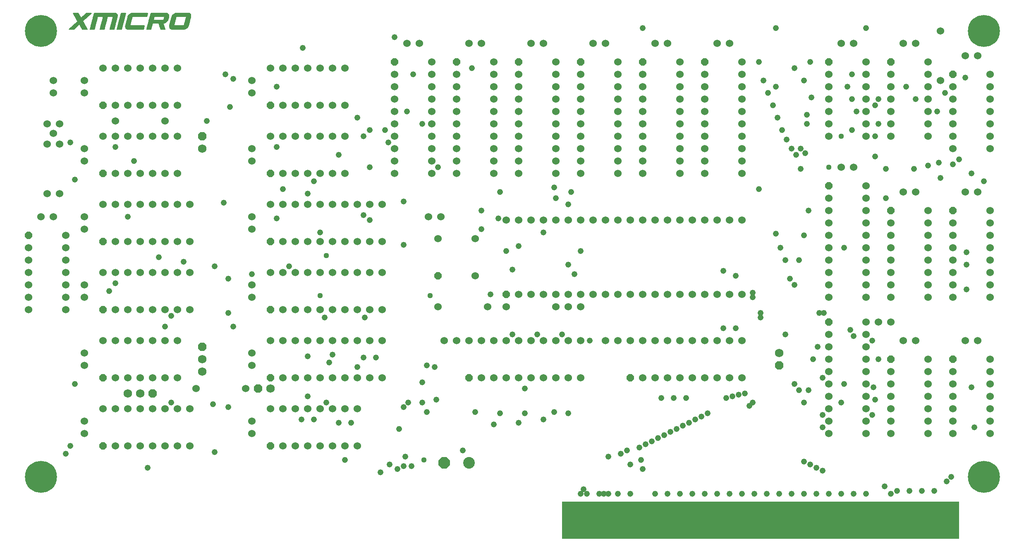
<source format=gts>
G75*
G70*
%OFA0B0*%
%FSLAX24Y24*%
%IPPOS*%
%LPD*%
%AMOC8*
5,1,8,0,0,1.08239X$1,22.5*
%
%ADD10C,0.0060*%
%ADD11OC8,0.0600*%
%ADD12C,0.0600*%
%ADD13R,3.2000X0.3000*%
%ADD14OC8,0.0680*%
%ADD15C,0.0680*%
%ADD16OC8,0.0940*%
%ADD17C,0.0940*%
%ADD18C,0.2580*%
%ADD19C,0.0476*%
%ADD20C,0.0437*%
D10*
X004461Y041254D02*
X005156Y041884D01*
X004788Y042535D01*
X005196Y042535D01*
X005418Y042129D01*
X005859Y042535D01*
X006247Y042535D01*
X005548Y041894D01*
X005920Y041254D01*
X005508Y041254D01*
X005286Y041660D01*
X004849Y041254D01*
X004461Y041254D01*
X004513Y041301D02*
X004899Y041301D01*
X004962Y041359D02*
X004577Y041359D01*
X004642Y041418D02*
X005025Y041418D01*
X005088Y041476D02*
X004706Y041476D01*
X004771Y041535D02*
X005151Y041535D01*
X005214Y041593D02*
X004835Y041593D01*
X004900Y041652D02*
X005277Y041652D01*
X005290Y041652D02*
X005689Y041652D01*
X005655Y041710D02*
X004964Y041710D01*
X005029Y041769D02*
X005621Y041769D01*
X005587Y041827D02*
X005093Y041827D01*
X005155Y041886D02*
X005553Y041886D01*
X005602Y041944D02*
X005122Y041944D01*
X005089Y042003D02*
X005666Y042003D01*
X005730Y042061D02*
X005056Y042061D01*
X005023Y042120D02*
X005794Y042120D01*
X005858Y042178D02*
X005472Y042178D01*
X005391Y042178D02*
X004990Y042178D01*
X004957Y042237D02*
X005359Y042237D01*
X005327Y042295D02*
X004924Y042295D01*
X004890Y042354D02*
X005295Y042354D01*
X005263Y042412D02*
X004857Y042412D01*
X004824Y042471D02*
X005231Y042471D01*
X005199Y042529D02*
X004791Y042529D01*
X005535Y042237D02*
X005922Y042237D01*
X005985Y042295D02*
X005599Y042295D01*
X005662Y042354D02*
X006049Y042354D01*
X006113Y042412D02*
X005726Y042412D01*
X005789Y042471D02*
X006177Y042471D01*
X006241Y042529D02*
X005853Y042529D01*
X006435Y042354D02*
X008350Y042354D01*
X008350Y042370D02*
X008350Y042296D01*
X008339Y042222D01*
X008087Y041254D01*
X007742Y041254D01*
X008007Y042264D01*
X007557Y042264D01*
X007296Y041254D01*
X006946Y041254D01*
X007211Y042264D01*
X006761Y042264D01*
X006500Y041254D01*
X006151Y041254D01*
X006482Y042535D01*
X008168Y042535D01*
X008204Y042534D01*
X008239Y042525D01*
X008272Y042508D01*
X008300Y042485D01*
X008325Y042451D01*
X008342Y042412D01*
X008350Y042370D01*
X008342Y042412D02*
X006450Y042412D01*
X006465Y042471D02*
X008310Y042471D01*
X008221Y042529D02*
X006480Y042529D01*
X006420Y042295D02*
X008350Y042295D01*
X008341Y042237D02*
X008000Y042237D01*
X007985Y042178D02*
X008327Y042178D01*
X008312Y042120D02*
X007969Y042120D01*
X007954Y042061D02*
X008297Y042061D01*
X008282Y042003D02*
X007938Y042003D01*
X007923Y041944D02*
X008267Y041944D01*
X008251Y041886D02*
X007908Y041886D01*
X007892Y041827D02*
X008236Y041827D01*
X008221Y041769D02*
X007877Y041769D01*
X007862Y041710D02*
X008206Y041710D01*
X008191Y041652D02*
X007846Y041652D01*
X007831Y041593D02*
X008176Y041593D01*
X008160Y041535D02*
X007816Y041535D01*
X007800Y041476D02*
X008145Y041476D01*
X008130Y041418D02*
X007785Y041418D01*
X007770Y041359D02*
X008115Y041359D01*
X008100Y041301D02*
X007754Y041301D01*
X007338Y041418D02*
X006989Y041418D01*
X007005Y041476D02*
X007353Y041476D01*
X007368Y041535D02*
X007020Y041535D01*
X007035Y041593D02*
X007384Y041593D01*
X007399Y041652D02*
X007051Y041652D01*
X007066Y041710D02*
X007414Y041710D01*
X007429Y041769D02*
X007081Y041769D01*
X007097Y041827D02*
X007444Y041827D01*
X007459Y041886D02*
X007112Y041886D01*
X007128Y041944D02*
X007474Y041944D01*
X007490Y042003D02*
X007143Y042003D01*
X007158Y042061D02*
X007505Y042061D01*
X007520Y042120D02*
X007174Y042120D01*
X007189Y042178D02*
X007535Y042178D01*
X007550Y042237D02*
X007204Y042237D01*
X006754Y042237D02*
X006405Y042237D01*
X006389Y042178D02*
X006739Y042178D01*
X006724Y042120D02*
X006374Y042120D01*
X006359Y042061D02*
X006709Y042061D01*
X006694Y042003D02*
X006344Y042003D01*
X006329Y041944D02*
X006679Y041944D01*
X006664Y041886D02*
X006314Y041886D01*
X006299Y041827D02*
X006649Y041827D01*
X006633Y041769D02*
X006284Y041769D01*
X006269Y041710D02*
X006618Y041710D01*
X006603Y041652D02*
X006253Y041652D01*
X006238Y041593D02*
X006588Y041593D01*
X006573Y041535D02*
X006223Y041535D01*
X006208Y041476D02*
X006558Y041476D01*
X006543Y041418D02*
X006193Y041418D01*
X006178Y041359D02*
X006527Y041359D01*
X006512Y041301D02*
X006163Y041301D01*
X005893Y041301D02*
X005482Y041301D01*
X005450Y041359D02*
X005859Y041359D01*
X005825Y041418D02*
X005418Y041418D01*
X005386Y041476D02*
X005791Y041476D01*
X005757Y041535D02*
X005354Y041535D01*
X005322Y041593D02*
X005723Y041593D01*
X006959Y041301D02*
X007308Y041301D01*
X007323Y041359D02*
X006974Y041359D01*
X008339Y041254D02*
X008670Y042535D01*
X009015Y042535D01*
X008684Y041254D01*
X008339Y041254D01*
X008351Y041301D02*
X008696Y041301D01*
X008711Y041359D02*
X008366Y041359D01*
X008381Y041418D02*
X008726Y041418D01*
X008742Y041476D02*
X008396Y041476D01*
X008411Y041535D02*
X008757Y041535D01*
X008772Y041593D02*
X008426Y041593D01*
X008441Y041652D02*
X008787Y041652D01*
X008802Y041710D02*
X008456Y041710D01*
X008472Y041769D02*
X008817Y041769D01*
X008832Y041827D02*
X008487Y041827D01*
X008502Y041886D02*
X008847Y041886D01*
X008862Y041944D02*
X008517Y041944D01*
X008532Y042003D02*
X008878Y042003D01*
X008893Y042061D02*
X008547Y042061D01*
X008562Y042120D02*
X008908Y042120D01*
X008923Y042178D02*
X008577Y042178D01*
X008592Y042237D02*
X008938Y042237D01*
X008953Y042295D02*
X008608Y042295D01*
X008623Y042354D02*
X008968Y042354D01*
X008983Y042412D02*
X008638Y042412D01*
X008653Y042471D02*
X008998Y042471D01*
X009014Y042529D02*
X008668Y042529D01*
X009203Y042273D02*
X009235Y042335D01*
X009276Y042393D01*
X009325Y042444D01*
X009369Y042482D01*
X009419Y042511D01*
X009474Y042531D01*
X009502Y042535D01*
X009529Y042535D01*
X010790Y042535D01*
X010724Y042264D01*
X009546Y042264D01*
X009357Y041525D01*
X010528Y041525D01*
X010463Y041254D01*
X009168Y041254D01*
X009139Y041256D01*
X009111Y041265D01*
X009086Y041279D01*
X009063Y041298D01*
X009036Y041335D01*
X009017Y041377D01*
X009007Y041422D01*
X009005Y041474D01*
X009011Y041525D01*
X009023Y041586D01*
X009180Y042206D01*
X009203Y042273D01*
X009215Y042295D02*
X010731Y042295D01*
X010746Y042354D02*
X009248Y042354D01*
X009295Y042412D02*
X010760Y042412D01*
X010774Y042471D02*
X009356Y042471D01*
X009468Y042529D02*
X010788Y042529D01*
X011028Y042471D02*
X011110Y042471D01*
X012438Y042471D01*
X012428Y042482D02*
X012453Y042454D01*
X012474Y042423D01*
X012488Y042389D01*
X012496Y042353D01*
X012495Y042288D01*
X012484Y042224D01*
X012441Y042063D01*
X012429Y042024D01*
X012410Y041988D01*
X012354Y041905D01*
X012286Y041831D01*
X012228Y041786D01*
X012163Y041753D01*
X012095Y041737D01*
X012026Y041729D01*
X012198Y041254D01*
X011852Y041254D01*
X011680Y041733D01*
X011180Y041733D01*
X011055Y041254D01*
X010710Y041254D01*
X011045Y042535D01*
X012288Y042535D01*
X012326Y042532D01*
X012363Y042522D01*
X012397Y042505D01*
X012428Y042482D01*
X012478Y042412D02*
X011170Y042412D01*
X011012Y042412D01*
X010997Y042354D02*
X011229Y042354D01*
X012496Y042354D01*
X012496Y042295D02*
X011288Y042295D01*
X010982Y042295D01*
X010967Y042237D02*
X011314Y042237D01*
X011320Y042264D02*
X011045Y042535D01*
X011320Y042264D01*
X012150Y042264D01*
X012082Y041985D01*
X011252Y041985D01*
X011320Y042264D01*
X011299Y042178D02*
X010951Y042178D01*
X010936Y042120D02*
X011285Y042120D01*
X011271Y042061D02*
X010921Y042061D01*
X010905Y042003D02*
X011256Y042003D01*
X011174Y041710D02*
X010829Y041710D01*
X010814Y041652D02*
X011159Y041652D01*
X011144Y041593D02*
X010798Y041593D01*
X010783Y041535D02*
X011128Y041535D01*
X011113Y041476D02*
X010768Y041476D01*
X010753Y041418D02*
X011098Y041418D01*
X011083Y041359D02*
X010737Y041359D01*
X010722Y041301D02*
X011068Y041301D01*
X010844Y041769D02*
X012194Y041769D01*
X012281Y041827D02*
X010860Y041827D01*
X010875Y041886D02*
X012337Y041886D01*
X012381Y041944D02*
X010890Y041944D01*
X010516Y041476D02*
X009005Y041476D01*
X009008Y041418D02*
X010502Y041418D01*
X010488Y041359D02*
X009025Y041359D01*
X009062Y041301D02*
X010474Y041301D01*
X011689Y041710D02*
X012033Y041710D01*
X012054Y041652D02*
X011709Y041652D01*
X011730Y041593D02*
X012075Y041593D01*
X012096Y041535D02*
X011751Y041535D01*
X011772Y041476D02*
X012117Y041476D01*
X012138Y041418D02*
X011793Y041418D01*
X011814Y041359D02*
X012159Y041359D01*
X012180Y041301D02*
X011835Y041301D01*
X012562Y041400D02*
X012576Y041358D01*
X012586Y041332D01*
X012603Y041309D01*
X012623Y041289D01*
X012647Y041273D01*
X012673Y041261D01*
X012701Y041256D01*
X012729Y041254D01*
X013743Y041254D01*
X013784Y041255D01*
X013824Y041263D01*
X013863Y041280D01*
X013898Y041302D01*
X013947Y041341D01*
X013990Y041386D01*
X014033Y041442D01*
X014067Y041504D01*
X014091Y041571D01*
X014263Y042230D01*
X014271Y042284D01*
X014271Y042339D01*
X014266Y042384D01*
X014253Y042428D01*
X014235Y042462D01*
X014210Y042492D01*
X014178Y042514D01*
X014142Y042529D01*
X014104Y042535D01*
X013115Y042535D01*
X013095Y042264D01*
X013115Y042535D01*
X013072Y042535D01*
X013018Y042527D01*
X012966Y042509D01*
X012919Y042481D01*
X012857Y042423D01*
X012806Y042356D01*
X012765Y042284D01*
X012735Y042206D01*
X012568Y041577D01*
X012560Y041538D01*
X012556Y041444D01*
X012562Y041400D01*
X012560Y041418D02*
X014014Y041418D01*
X014051Y041476D02*
X012557Y041476D01*
X012560Y041535D02*
X012902Y041535D01*
X012900Y041525D02*
X013732Y041525D01*
X013927Y042264D01*
X013095Y042264D01*
X012900Y041525D01*
X012918Y041593D02*
X012572Y041593D01*
X012588Y041652D02*
X012933Y041652D01*
X012949Y041710D02*
X012603Y041710D01*
X012619Y041769D02*
X012964Y041769D01*
X012979Y041827D02*
X012635Y041827D01*
X012650Y041886D02*
X012995Y041886D01*
X013010Y041944D02*
X012666Y041944D01*
X012681Y042003D02*
X013026Y042003D01*
X013041Y042061D02*
X012697Y042061D01*
X012712Y042120D02*
X013057Y042120D01*
X013072Y042178D02*
X012728Y042178D01*
X012747Y042237D02*
X013088Y042237D01*
X013097Y042295D02*
X014271Y042295D01*
X014269Y042354D02*
X013102Y042354D01*
X012804Y042354D01*
X012771Y042295D02*
X013097Y042295D01*
X013106Y042412D02*
X014258Y042412D01*
X014228Y042471D02*
X013110Y042471D01*
X012908Y042471D01*
X012849Y042412D02*
X013106Y042412D01*
X013115Y042529D02*
X014141Y042529D01*
X014264Y042237D02*
X013920Y042237D01*
X013905Y042178D02*
X014249Y042178D01*
X014234Y042120D02*
X013889Y042120D01*
X013874Y042061D02*
X014219Y042061D01*
X014204Y042003D02*
X013858Y042003D01*
X013843Y041944D02*
X014188Y041944D01*
X014173Y041886D02*
X013827Y041886D01*
X013812Y041827D02*
X014158Y041827D01*
X014143Y041769D02*
X013796Y041769D01*
X013781Y041710D02*
X014128Y041710D01*
X014112Y041652D02*
X013765Y041652D01*
X013750Y041593D02*
X014097Y041593D01*
X014078Y041535D02*
X013734Y041535D01*
X013896Y041301D02*
X012611Y041301D01*
X012575Y041359D02*
X013964Y041359D01*
X012418Y042003D02*
X012086Y042003D01*
X012101Y042061D02*
X012441Y042061D01*
X012457Y042120D02*
X012115Y042120D01*
X012129Y042178D02*
X012472Y042178D01*
X012487Y042237D02*
X012144Y042237D01*
X012338Y042529D02*
X011051Y042529D01*
X011043Y042529D01*
X009539Y042237D02*
X009191Y042237D01*
X009173Y042178D02*
X009524Y042178D01*
X009509Y042120D02*
X009158Y042120D01*
X009144Y042061D02*
X009494Y042061D01*
X009479Y042003D02*
X009129Y042003D01*
X009114Y041944D02*
X009464Y041944D01*
X009449Y041886D02*
X009099Y041886D01*
X009084Y041827D02*
X009434Y041827D01*
X009419Y041769D02*
X009069Y041769D01*
X009054Y041710D02*
X009404Y041710D01*
X009389Y041652D02*
X009039Y041652D01*
X009024Y041593D02*
X009374Y041593D01*
X009359Y041535D02*
X009013Y041535D01*
X013033Y042529D02*
X013115Y042529D01*
D11*
X007180Y035100D03*
X007180Y029600D03*
X001180Y024600D03*
X007180Y024100D03*
X007180Y018600D03*
X007180Y013100D03*
X007180Y007600D03*
X020680Y007600D03*
X020680Y013100D03*
X020680Y018600D03*
X020680Y024100D03*
X020680Y029600D03*
X020680Y035100D03*
X030680Y038600D03*
X035680Y038600D03*
X040680Y038600D03*
X045680Y038600D03*
X050680Y038600D03*
X055680Y038600D03*
X065680Y038600D03*
X070680Y038600D03*
X075680Y037600D03*
X065680Y028600D03*
X070680Y026600D03*
X075680Y026600D03*
X065680Y017600D03*
X070680Y014600D03*
X075680Y014600D03*
X049680Y013100D03*
X039680Y019850D03*
X034180Y021350D03*
X036680Y013100D03*
D12*
X037680Y013100D03*
X038680Y013100D03*
X039680Y013100D03*
X040680Y013100D03*
X041680Y013100D03*
X042680Y013100D03*
X043680Y013100D03*
X044680Y013100D03*
X045680Y013100D03*
X045680Y016100D03*
X044680Y016100D03*
X043680Y016100D03*
X042680Y016100D03*
X041680Y016100D03*
X040680Y016100D03*
X039680Y016100D03*
X038680Y016100D03*
X037680Y016100D03*
X036680Y016100D03*
X035680Y016100D03*
X034680Y016100D03*
X034180Y018850D03*
X038180Y018850D03*
X039680Y018850D03*
X040680Y019850D03*
X041680Y019850D03*
X042680Y019850D03*
X043680Y019850D03*
X044680Y019850D03*
X045680Y019850D03*
X045680Y018850D03*
X044680Y018850D03*
X043680Y018850D03*
X046680Y019850D03*
X047680Y019850D03*
X048680Y019850D03*
X049680Y019850D03*
X050680Y019850D03*
X051680Y019850D03*
X052680Y019850D03*
X053680Y019850D03*
X054680Y019850D03*
X055680Y019850D03*
X056680Y019850D03*
X057680Y019850D03*
X058680Y019850D03*
X058680Y016100D03*
X057680Y016100D03*
X056680Y016100D03*
X055680Y016100D03*
X054680Y016100D03*
X053680Y016100D03*
X052680Y016100D03*
X051680Y016100D03*
X050680Y016100D03*
X049680Y016100D03*
X048680Y016100D03*
X047680Y016100D03*
X050680Y013100D03*
X051680Y013100D03*
X052680Y013100D03*
X053680Y013100D03*
X054680Y013100D03*
X055680Y013100D03*
X056680Y013100D03*
X057680Y013100D03*
X058680Y013100D03*
X065680Y012600D03*
X065680Y013600D03*
X065680Y014600D03*
X065680Y015600D03*
X065680Y016600D03*
X068680Y016600D03*
X068680Y015600D03*
X068680Y014600D03*
X068680Y013600D03*
X068680Y012600D03*
X070680Y012600D03*
X070680Y013600D03*
X073680Y013600D03*
X073680Y012600D03*
X073680Y011600D03*
X073680Y010600D03*
X073680Y009600D03*
X073680Y008600D03*
X075680Y008600D03*
X075680Y009600D03*
X075680Y010600D03*
X075680Y011600D03*
X075680Y012600D03*
X075680Y013600D03*
X073680Y014600D03*
X072680Y016100D03*
X071680Y016100D03*
X070680Y017600D03*
X069680Y017600D03*
X068680Y017600D03*
X068680Y019600D03*
X068680Y020600D03*
X068680Y021600D03*
X070680Y021600D03*
X070680Y020600D03*
X070680Y019600D03*
X073680Y019600D03*
X073680Y020600D03*
X073680Y021600D03*
X073680Y022600D03*
X073680Y023600D03*
X073680Y024600D03*
X073680Y025600D03*
X073680Y026600D03*
X072680Y028100D03*
X071680Y028100D03*
X068680Y027600D03*
X068680Y026600D03*
X068680Y025600D03*
X070680Y025600D03*
X070680Y024600D03*
X070680Y023600D03*
X070680Y022600D03*
X068680Y022600D03*
X068680Y023600D03*
X068680Y024600D03*
X065680Y024600D03*
X065680Y023600D03*
X065680Y022600D03*
X065680Y021600D03*
X065680Y020600D03*
X065680Y019600D03*
X075680Y019600D03*
X075680Y020600D03*
X075680Y021600D03*
X075680Y022600D03*
X075680Y023600D03*
X075680Y024600D03*
X075680Y025600D03*
X078680Y025600D03*
X078680Y026600D03*
X077680Y028100D03*
X076680Y028100D03*
X078680Y024600D03*
X078680Y023600D03*
X078680Y022600D03*
X078680Y021600D03*
X078680Y020600D03*
X078680Y019600D03*
X077680Y016100D03*
X076680Y016100D03*
X078680Y014600D03*
X078680Y013600D03*
X078680Y012600D03*
X078680Y011600D03*
X078680Y010600D03*
X078680Y009600D03*
X078680Y008600D03*
X070680Y008600D03*
X068680Y008600D03*
X068680Y009600D03*
X068680Y010600D03*
X068680Y011600D03*
X070680Y011600D03*
X070680Y010600D03*
X070680Y009600D03*
X065680Y009600D03*
X065680Y010600D03*
X065680Y011600D03*
X065680Y008600D03*
X037180Y021350D03*
X037180Y024350D03*
X039680Y025850D03*
X040680Y025850D03*
X041680Y025850D03*
X042680Y025850D03*
X043680Y025850D03*
X044680Y025850D03*
X045680Y025850D03*
X046680Y025850D03*
X047680Y025850D03*
X048680Y025850D03*
X049680Y025850D03*
X050680Y025850D03*
X051680Y025850D03*
X052680Y025850D03*
X053680Y025850D03*
X054680Y025850D03*
X055680Y025850D03*
X056680Y025850D03*
X057680Y025850D03*
X058680Y025850D03*
X065680Y025600D03*
X065680Y026600D03*
X065680Y027600D03*
X068680Y028600D03*
X067680Y030100D03*
X066680Y030100D03*
X065680Y032600D03*
X065680Y033600D03*
X065680Y034600D03*
X065680Y035600D03*
X065680Y036600D03*
X065680Y037600D03*
X068680Y037600D03*
X068680Y036600D03*
X068680Y035600D03*
X070680Y035600D03*
X070680Y036600D03*
X070680Y037600D03*
X068680Y038600D03*
X067680Y040100D03*
X066680Y040100D03*
X071680Y040100D03*
X072680Y040100D03*
X074680Y041100D03*
X076680Y039100D03*
X077680Y039100D03*
X078680Y037600D03*
X078680Y036600D03*
X078680Y035600D03*
X078680Y034600D03*
X078680Y033600D03*
X078680Y032600D03*
X078680Y031600D03*
X075680Y031600D03*
X075680Y032600D03*
X075680Y033600D03*
X075680Y034600D03*
X075680Y035600D03*
X075680Y036600D03*
X074680Y037100D03*
X073680Y036600D03*
X073680Y035600D03*
X073680Y034600D03*
X073680Y033600D03*
X073680Y032600D03*
X070680Y032600D03*
X070680Y033600D03*
X070680Y034600D03*
X068680Y034600D03*
X068680Y033600D03*
X068680Y032600D03*
X073680Y037600D03*
X073680Y038600D03*
X058680Y038600D03*
X058680Y037600D03*
X058680Y036600D03*
X058680Y035600D03*
X058680Y034600D03*
X058680Y033600D03*
X058680Y032600D03*
X058680Y031600D03*
X058680Y030600D03*
X058680Y029600D03*
X055680Y029600D03*
X055680Y030600D03*
X055680Y031600D03*
X055680Y032600D03*
X055680Y033600D03*
X055680Y034600D03*
X055680Y035600D03*
X055680Y036600D03*
X055680Y037600D03*
X053680Y037600D03*
X053680Y036600D03*
X053680Y035600D03*
X053680Y034600D03*
X053680Y033600D03*
X053680Y032600D03*
X053680Y031600D03*
X053680Y030600D03*
X053680Y029600D03*
X050680Y029600D03*
X050680Y030600D03*
X050680Y031600D03*
X050680Y032600D03*
X050680Y033600D03*
X050680Y034600D03*
X050680Y035600D03*
X050680Y036600D03*
X050680Y037600D03*
X048680Y037600D03*
X048680Y036600D03*
X048680Y035600D03*
X048680Y034600D03*
X048680Y033600D03*
X048680Y032600D03*
X048680Y031600D03*
X048680Y030600D03*
X048680Y029600D03*
X045680Y029600D03*
X045680Y030600D03*
X043680Y030600D03*
X043680Y029600D03*
X040680Y029600D03*
X040680Y030600D03*
X038680Y030600D03*
X038680Y029600D03*
X035680Y029600D03*
X035680Y030600D03*
X035680Y031600D03*
X035680Y032600D03*
X035680Y033600D03*
X035680Y034600D03*
X035680Y035600D03*
X035680Y036600D03*
X035680Y037600D03*
X033680Y037600D03*
X033680Y036600D03*
X033680Y035600D03*
X033680Y034600D03*
X033680Y033600D03*
X033680Y032600D03*
X033680Y031600D03*
X033680Y030600D03*
X033680Y029600D03*
X030680Y029600D03*
X030680Y030600D03*
X030680Y031600D03*
X030680Y032600D03*
X030680Y033600D03*
X030680Y034600D03*
X030680Y035600D03*
X030680Y036600D03*
X030680Y037600D03*
X033680Y038600D03*
X032680Y040100D03*
X031680Y040100D03*
X036680Y040100D03*
X037680Y040100D03*
X038680Y038600D03*
X038680Y037600D03*
X038680Y036600D03*
X038680Y035600D03*
X040680Y035600D03*
X040680Y036600D03*
X040680Y037600D03*
X043680Y037600D03*
X043680Y036600D03*
X043680Y035600D03*
X045680Y035600D03*
X045680Y036600D03*
X045680Y037600D03*
X043680Y038600D03*
X042680Y040100D03*
X041680Y040100D03*
X046680Y040100D03*
X047680Y040100D03*
X048680Y038600D03*
X051680Y040100D03*
X052680Y040100D03*
X053680Y038600D03*
X056680Y040100D03*
X057680Y040100D03*
X045680Y034600D03*
X045680Y033600D03*
X045680Y032600D03*
X045680Y031600D03*
X043680Y031600D03*
X043680Y032600D03*
X043680Y033600D03*
X043680Y034600D03*
X040680Y034600D03*
X040680Y033600D03*
X040680Y032600D03*
X040680Y031600D03*
X038680Y031600D03*
X038680Y032600D03*
X038680Y033600D03*
X038680Y034600D03*
X026680Y035100D03*
X025680Y035100D03*
X024680Y035100D03*
X023680Y035100D03*
X022680Y035100D03*
X021680Y035100D03*
X019180Y036100D03*
X019180Y037100D03*
X020680Y038100D03*
X021680Y038100D03*
X022680Y038100D03*
X023680Y038100D03*
X024680Y038100D03*
X025680Y038100D03*
X026680Y038100D03*
X026680Y032600D03*
X025680Y032600D03*
X024680Y032600D03*
X023680Y032600D03*
X022680Y032600D03*
X021680Y032600D03*
X020680Y032600D03*
X019180Y031600D03*
X019180Y030600D03*
X021680Y029600D03*
X022680Y029600D03*
X023680Y029600D03*
X024680Y029600D03*
X025680Y029600D03*
X026680Y029600D03*
X026680Y027100D03*
X027680Y027100D03*
X028680Y027100D03*
X029680Y027100D03*
X033430Y026100D03*
X034430Y026100D03*
X034180Y024350D03*
X029680Y024100D03*
X028680Y024100D03*
X027680Y024100D03*
X026680Y024100D03*
X025680Y024100D03*
X024680Y024100D03*
X023680Y024100D03*
X022680Y024100D03*
X021680Y024100D03*
X019180Y025100D03*
X019180Y026100D03*
X020680Y027100D03*
X021680Y027100D03*
X022680Y027100D03*
X023680Y027100D03*
X024680Y027100D03*
X025680Y027100D03*
X025680Y021600D03*
X024680Y021600D03*
X023680Y021600D03*
X022680Y021600D03*
X021680Y021600D03*
X020680Y021600D03*
X019180Y020600D03*
X019180Y019600D03*
X021680Y018600D03*
X022680Y018600D03*
X023680Y018600D03*
X024680Y018600D03*
X025680Y018600D03*
X026680Y018600D03*
X027680Y018600D03*
X028680Y018600D03*
X029680Y018600D03*
X029680Y016100D03*
X028680Y016100D03*
X027680Y016100D03*
X026680Y016100D03*
X025680Y016100D03*
X024680Y016100D03*
X023680Y016100D03*
X022680Y016100D03*
X021680Y016100D03*
X020680Y016100D03*
X019180Y015100D03*
X019180Y014100D03*
X021680Y013100D03*
X022680Y013100D03*
X023680Y013100D03*
X024680Y013100D03*
X025680Y013100D03*
X026680Y013100D03*
X027680Y013100D03*
X028680Y013100D03*
X029680Y013100D03*
X027680Y010600D03*
X026680Y010600D03*
X025680Y010600D03*
X024680Y010600D03*
X023680Y010600D03*
X022680Y010600D03*
X021680Y010600D03*
X020680Y010600D03*
X019180Y009600D03*
X019180Y008600D03*
X021680Y007600D03*
X022680Y007600D03*
X023680Y007600D03*
X024680Y007600D03*
X025680Y007600D03*
X026680Y007600D03*
X027680Y007600D03*
X018680Y012225D03*
X014680Y012225D03*
X013180Y013100D03*
X012180Y013100D03*
X011180Y013100D03*
X010180Y013100D03*
X009180Y013100D03*
X008180Y013100D03*
X005680Y014100D03*
X005680Y015100D03*
X007180Y016100D03*
X008180Y016100D03*
X009180Y016100D03*
X010180Y016100D03*
X011180Y016100D03*
X012180Y016100D03*
X013180Y016100D03*
X013180Y018600D03*
X012180Y018600D03*
X011180Y018600D03*
X010180Y018600D03*
X009180Y018600D03*
X008180Y018600D03*
X005680Y019600D03*
X005680Y020600D03*
X004180Y020600D03*
X004180Y019600D03*
X004180Y018600D03*
X001180Y018600D03*
X001180Y019600D03*
X001180Y020600D03*
X001180Y021600D03*
X001180Y022600D03*
X001180Y023600D03*
X004180Y023600D03*
X004180Y022600D03*
X004180Y021600D03*
X007180Y021600D03*
X008180Y021600D03*
X009180Y021600D03*
X010180Y021600D03*
X011180Y021600D03*
X012180Y021600D03*
X013180Y021600D03*
X014180Y021600D03*
X014180Y024100D03*
X013180Y024100D03*
X012180Y024100D03*
X011180Y024100D03*
X010180Y024100D03*
X009180Y024100D03*
X008180Y024100D03*
X005680Y025100D03*
X004180Y024600D03*
X003180Y026100D03*
X002180Y026100D03*
X002680Y027975D03*
X003680Y027975D03*
X005680Y026100D03*
X007180Y027100D03*
X008180Y027100D03*
X009180Y027100D03*
X010180Y027100D03*
X011180Y027100D03*
X012180Y027100D03*
X013180Y027100D03*
X014180Y027100D03*
X013180Y029600D03*
X012180Y029600D03*
X011180Y029600D03*
X010180Y029600D03*
X009180Y029600D03*
X008180Y029600D03*
X005680Y030600D03*
X005680Y031600D03*
X007180Y032600D03*
X008180Y032600D03*
X009180Y032600D03*
X010180Y032600D03*
X011180Y032600D03*
X012180Y032600D03*
X013180Y032600D03*
X012180Y033850D03*
X012180Y035100D03*
X013180Y035100D03*
X011180Y035100D03*
X010180Y035100D03*
X009180Y035100D03*
X008180Y035100D03*
X008180Y033850D03*
X005680Y036100D03*
X005680Y037100D03*
X007180Y038100D03*
X008180Y038100D03*
X009180Y038100D03*
X010180Y038100D03*
X011180Y038100D03*
X012180Y038100D03*
X013180Y038100D03*
X003680Y033600D03*
X002680Y033600D03*
X003180Y032850D03*
X002680Y031975D03*
X003680Y031975D03*
X003180Y036100D03*
X003180Y037100D03*
X026680Y021600D03*
X027680Y021600D03*
X028680Y021600D03*
X029680Y021600D03*
X014180Y018600D03*
X014180Y010600D03*
X013180Y010600D03*
X012180Y010600D03*
X011180Y010600D03*
X010180Y010600D03*
X009180Y010600D03*
X008180Y010600D03*
X007180Y010600D03*
X005680Y009600D03*
X005680Y008600D03*
X008180Y007600D03*
X009180Y007600D03*
X010180Y007600D03*
X011180Y007600D03*
X012180Y007600D03*
X013180Y007600D03*
X014180Y007600D03*
D13*
X060180Y001600D03*
D14*
X061680Y014100D03*
X019680Y012225D03*
X015180Y015600D03*
X011180Y011850D03*
X015180Y032600D03*
D15*
X015180Y031600D03*
X015180Y014600D03*
X015180Y013600D03*
X010180Y011850D03*
X009180Y011850D03*
X020680Y012225D03*
X061680Y015100D03*
D16*
X034680Y006225D03*
D17*
X036680Y006225D03*
D18*
X002180Y005100D03*
X002180Y041100D03*
X078180Y041100D03*
X078180Y005100D03*
D19*
X075555Y005100D03*
X075180Y004725D03*
X074180Y003975D03*
X073180Y003975D03*
X072180Y003975D03*
X071180Y003975D03*
X070680Y003725D03*
X070180Y004350D03*
X068680Y003725D03*
X067680Y003725D03*
X066680Y003725D03*
X065680Y003725D03*
X064680Y003725D03*
X063680Y003725D03*
X062680Y003725D03*
X061680Y003725D03*
X060680Y003725D03*
X059680Y003725D03*
X058680Y003725D03*
X057680Y003725D03*
X056680Y003725D03*
X055680Y003725D03*
X054680Y003725D03*
X053680Y003725D03*
X052680Y003725D03*
X051680Y003725D03*
X049680Y003725D03*
X048680Y003725D03*
X047930Y003725D03*
X047555Y003725D03*
X047180Y003725D03*
X046180Y003725D03*
X045930Y004100D03*
X045680Y003725D03*
X049680Y006100D03*
X050555Y006475D03*
X050680Y005725D03*
X049430Y007225D03*
X048930Y006975D03*
X047930Y006725D03*
X050430Y007475D03*
X050930Y007725D03*
X051430Y007975D03*
X051930Y008225D03*
X052430Y008475D03*
X052930Y008725D03*
X053430Y008975D03*
X053930Y009225D03*
X054430Y009475D03*
X054930Y009725D03*
X055430Y009975D03*
X055930Y010225D03*
X057430Y011475D03*
X057930Y011600D03*
X058430Y011725D03*
X058930Y011850D03*
X059555Y011100D03*
X059305Y010850D03*
X062930Y012600D03*
X063305Y012100D03*
X064055Y012100D03*
X063680Y011100D03*
X065180Y010100D03*
X065180Y009100D03*
X066680Y011100D03*
X066930Y012600D03*
X065180Y013100D03*
X064430Y014600D03*
X064805Y015600D03*
X062180Y016600D03*
X060180Y017975D03*
X060180Y018350D03*
X059555Y019600D03*
X059555Y019975D03*
X058180Y021350D03*
X057180Y021725D03*
X061805Y023600D03*
X062180Y022600D03*
X063305Y022600D03*
X062555Y021100D03*
X062930Y020600D03*
X064930Y018350D03*
X065305Y018350D03*
X067430Y016975D03*
X067680Y016475D03*
X069180Y016100D03*
X069680Y014600D03*
X069305Y012350D03*
X069430Y011350D03*
X069180Y010100D03*
X064180Y006100D03*
X063680Y006350D03*
X064680Y005850D03*
X065180Y005600D03*
X054180Y011475D03*
X053180Y011475D03*
X052180Y011475D03*
X044680Y010225D03*
X043555Y010350D03*
X042680Y009725D03*
X041180Y010225D03*
X040680Y009475D03*
X039180Y010225D03*
X038680Y009350D03*
X037180Y010350D03*
X034055Y011350D03*
X032930Y011100D03*
X031805Y011100D03*
X031430Y010725D03*
X033305Y010350D03*
X031055Y008975D03*
X031555Y006725D03*
X031430Y005975D03*
X030930Y005725D03*
X030305Y006100D03*
X029555Y005475D03*
X032055Y005975D03*
X036180Y007225D03*
X041180Y012225D03*
X046430Y016100D03*
X044180Y016600D03*
X042180Y016600D03*
X040180Y016600D03*
X038430Y019850D03*
X040180Y021850D03*
X039680Y023350D03*
X040680Y023725D03*
X042680Y024850D03*
X045680Y023350D03*
X044680Y022225D03*
X045180Y021475D03*
X037680Y025100D03*
X039055Y025975D03*
X037680Y026600D03*
X039180Y028100D03*
X043555Y028475D03*
X044930Y028100D03*
X043680Y027600D03*
X044680Y027100D03*
X034180Y030100D03*
X030180Y032100D03*
X029930Y033100D03*
X028680Y033100D03*
X028180Y032600D03*
X027680Y034100D03*
X031680Y034600D03*
X032930Y033600D03*
X028680Y030100D03*
X026180Y031100D03*
X024180Y028975D03*
X023680Y027975D03*
X021680Y028350D03*
X021180Y025975D03*
X024680Y024850D03*
X028180Y026225D03*
X028680Y025850D03*
X031430Y027350D03*
X031430Y023850D03*
X022180Y022100D03*
X019180Y021475D03*
X017305Y021100D03*
X016180Y022100D03*
X013680Y022475D03*
X011680Y022850D03*
X008180Y020725D03*
X007680Y020100D03*
X012680Y018100D03*
X012180Y017225D03*
X017305Y018350D03*
X017680Y017225D03*
X023680Y014850D03*
X025430Y014350D03*
X025680Y014975D03*
X027680Y013975D03*
X028180Y014725D03*
X029180Y014725D03*
X033305Y014100D03*
X033930Y013975D03*
X032930Y012725D03*
X027180Y009475D03*
X026180Y009475D03*
X024180Y009725D03*
X023180Y009725D03*
X025180Y011100D03*
X023680Y011600D03*
X017305Y010725D03*
X016055Y010975D03*
X012680Y011100D03*
X016180Y007100D03*
X010805Y005850D03*
X004555Y007600D03*
X004180Y006975D03*
X004930Y012600D03*
X025055Y017975D03*
X028305Y017975D03*
X016930Y027225D03*
X009680Y030600D03*
X008180Y031725D03*
X004555Y032100D03*
X004930Y029100D03*
X009180Y026100D03*
X021180Y031725D03*
X017430Y034975D03*
X015555Y033850D03*
X021180Y036600D03*
X017680Y037225D03*
X017055Y037600D03*
X023305Y039725D03*
X030680Y040600D03*
X032180Y037600D03*
X036930Y038100D03*
X050680Y041350D03*
X060055Y038600D03*
X060430Y037100D03*
X061430Y036600D03*
X060805Y036100D03*
X061180Y035100D03*
X061555Y034100D03*
X061930Y033100D03*
X062305Y032350D03*
X062680Y031600D03*
X063430Y031600D03*
X063805Y031225D03*
X063055Y031100D03*
X063430Y029975D03*
X060055Y028350D03*
X064055Y026600D03*
X061430Y024725D03*
X063680Y024600D03*
X066930Y023600D03*
X070305Y027600D03*
X074680Y029225D03*
X073680Y030225D03*
X074555Y030475D03*
X075680Y030350D03*
X076180Y030725D03*
X077180Y029600D03*
X078180Y028975D03*
X072555Y029975D03*
X070305Y029975D03*
X069430Y030975D03*
X069430Y032600D03*
X069680Y033600D03*
X067930Y034600D03*
X069430Y035100D03*
X069680Y035600D03*
X067555Y035600D03*
X067180Y036600D03*
X067555Y037600D03*
X064305Y035725D03*
X063930Y034350D03*
X063930Y033600D03*
X067555Y033100D03*
X072680Y035600D03*
X071930Y036600D03*
X075055Y036100D03*
X076680Y037350D03*
X074430Y034600D03*
X064180Y038600D03*
X062930Y038100D03*
X063680Y037100D03*
X061430Y041350D03*
X068680Y041350D03*
X076805Y023225D03*
X076805Y022225D03*
X076805Y020225D03*
X077180Y012350D03*
X077430Y009100D03*
X058180Y017100D03*
X057180Y017100D03*
X026680Y006475D03*
D20*
X033055Y006475D03*
X033555Y019725D03*
X025180Y022975D03*
X024680Y019725D03*
X065680Y030100D03*
X066680Y032600D03*
M02*

</source>
